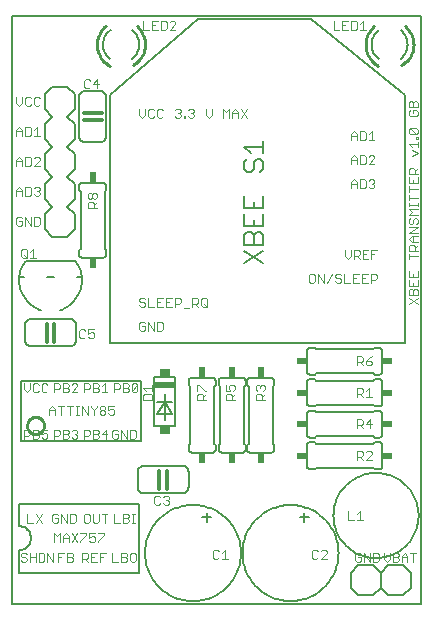
<source format=gto>
G75*
%MOIN*%
%OFA0B0*%
%FSLAX24Y24*%
%IPPOS*%
%LPD*%
%AMOC8*
5,1,8,0,0,1.08239X$1,22.5*
%
%ADD10C,0.0080*%
%ADD11C,0.0030*%
%ADD12C,0.0050*%
%ADD13C,0.0100*%
%ADD14C,0.0060*%
%ADD15C,0.0120*%
%ADD16R,0.0340X0.0240*%
%ADD17R,0.0736X0.0200*%
%ADD18R,0.0335X0.0250*%
%ADD19R,0.0240X0.0340*%
D10*
X002979Y000787D02*
X002979Y020387D01*
X016629Y020387D01*
X016629Y000787D01*
X002979Y000787D01*
X003279Y006237D02*
X003279Y006637D01*
X003279Y006837D01*
X003279Y006637D02*
X003279Y008237D01*
X007279Y008237D01*
X007279Y006237D01*
X003279Y006237D01*
X004329Y013037D02*
X004079Y013287D01*
X004079Y013787D01*
X004329Y014037D01*
X004079Y014287D01*
X004079Y014787D01*
X004329Y015037D01*
X004079Y015287D01*
X004079Y015787D01*
X004329Y016037D01*
X004079Y016287D01*
X004079Y016787D01*
X004329Y017037D01*
X004079Y017287D01*
X004079Y017787D01*
X004329Y018037D01*
X004829Y018037D01*
X005079Y017787D01*
X005079Y017287D01*
X004829Y017037D01*
X005079Y016787D01*
X005079Y016287D01*
X004829Y016037D01*
X005079Y015787D01*
X005079Y015287D01*
X004829Y015037D01*
X005079Y014787D01*
X005079Y014287D01*
X004829Y014037D01*
X005079Y013787D01*
X005079Y013287D01*
X004829Y013037D01*
X004329Y013037D01*
D11*
X003927Y013451D02*
X003927Y013644D01*
X003878Y013693D01*
X003733Y013693D01*
X003733Y013402D01*
X003878Y013402D01*
X003927Y013451D01*
X003632Y013402D02*
X003632Y013693D01*
X003439Y013693D02*
X003439Y013402D01*
X003338Y013451D02*
X003338Y013548D01*
X003241Y013548D01*
X003338Y013644D02*
X003289Y013693D01*
X003192Y013693D01*
X003144Y013644D01*
X003144Y013451D01*
X003192Y013402D01*
X003289Y013402D01*
X003338Y013451D01*
X003439Y013693D02*
X003632Y013402D01*
X003696Y012623D02*
X003696Y012332D01*
X003599Y012332D02*
X003793Y012332D01*
X003599Y012526D02*
X003696Y012623D01*
X003498Y012574D02*
X003498Y012381D01*
X003450Y012332D01*
X003353Y012332D01*
X003305Y012381D01*
X003305Y012574D01*
X003353Y012623D01*
X003450Y012623D01*
X003498Y012574D01*
X003401Y012429D02*
X003498Y012332D01*
X003439Y014402D02*
X003584Y014402D01*
X003632Y014451D01*
X003632Y014644D01*
X003584Y014693D01*
X003439Y014693D01*
X003439Y014402D01*
X003338Y014402D02*
X003338Y014596D01*
X003241Y014693D01*
X003144Y014596D01*
X003144Y014402D01*
X003144Y014548D02*
X003338Y014548D01*
X003733Y014644D02*
X003782Y014693D01*
X003878Y014693D01*
X003927Y014644D01*
X003927Y014596D01*
X003878Y014548D01*
X003927Y014499D01*
X003927Y014451D01*
X003878Y014402D01*
X003782Y014402D01*
X003733Y014451D01*
X003830Y014548D02*
X003878Y014548D01*
X003927Y015402D02*
X003733Y015402D01*
X003927Y015596D01*
X003927Y015644D01*
X003878Y015693D01*
X003782Y015693D01*
X003733Y015644D01*
X003632Y015644D02*
X003584Y015693D01*
X003439Y015693D01*
X003439Y015402D01*
X003584Y015402D01*
X003632Y015451D01*
X003632Y015644D01*
X003338Y015596D02*
X003338Y015402D01*
X003338Y015548D02*
X003144Y015548D01*
X003144Y015596D02*
X003241Y015693D01*
X003338Y015596D01*
X003144Y015596D02*
X003144Y015402D01*
X003144Y016402D02*
X003144Y016596D01*
X003241Y016693D01*
X003338Y016596D01*
X003338Y016402D01*
X003439Y016402D02*
X003439Y016693D01*
X003584Y016693D01*
X003632Y016644D01*
X003632Y016451D01*
X003584Y016402D01*
X003439Y016402D01*
X003338Y016548D02*
X003144Y016548D01*
X003733Y016596D02*
X003830Y016693D01*
X003830Y016402D01*
X003733Y016402D02*
X003927Y016402D01*
X003878Y017402D02*
X003782Y017402D01*
X003733Y017451D01*
X003733Y017644D01*
X003782Y017693D01*
X003878Y017693D01*
X003927Y017644D01*
X003927Y017451D02*
X003878Y017402D01*
X003632Y017451D02*
X003584Y017402D01*
X003487Y017402D01*
X003439Y017451D01*
X003439Y017644D01*
X003487Y017693D01*
X003584Y017693D01*
X003632Y017644D01*
X003338Y017693D02*
X003338Y017499D01*
X003241Y017402D01*
X003144Y017499D01*
X003144Y017693D01*
X005405Y018031D02*
X005453Y017982D01*
X005550Y017982D01*
X005598Y018031D01*
X005699Y018128D02*
X005893Y018128D01*
X005844Y018273D02*
X005699Y018128D01*
X005598Y018224D02*
X005550Y018273D01*
X005453Y018273D01*
X005405Y018224D01*
X005405Y018031D01*
X005844Y017982D02*
X005844Y018273D01*
X007244Y017293D02*
X007244Y017099D01*
X007341Y017002D01*
X007438Y017099D01*
X007438Y017293D01*
X007539Y017244D02*
X007539Y017051D01*
X007587Y017002D01*
X007684Y017002D01*
X007732Y017051D01*
X007833Y017051D02*
X007882Y017002D01*
X007978Y017002D01*
X008027Y017051D01*
X008027Y017244D02*
X007978Y017293D01*
X007882Y017293D01*
X007833Y017244D01*
X007833Y017051D01*
X007732Y017244D02*
X007684Y017293D01*
X007587Y017293D01*
X007539Y017244D01*
X008423Y017244D02*
X008471Y017293D01*
X008568Y017293D01*
X008616Y017244D01*
X008616Y017196D01*
X008568Y017148D01*
X008616Y017099D01*
X008616Y017051D01*
X008568Y017002D01*
X008471Y017002D01*
X008423Y017051D01*
X008519Y017148D02*
X008568Y017148D01*
X008717Y017051D02*
X008717Y017002D01*
X008766Y017002D01*
X008766Y017051D01*
X008717Y017051D01*
X008865Y017051D02*
X008913Y017002D01*
X009010Y017002D01*
X009058Y017051D01*
X009058Y017099D01*
X009010Y017148D01*
X008961Y017148D01*
X009010Y017148D02*
X009058Y017196D01*
X009058Y017244D01*
X009010Y017293D01*
X008913Y017293D01*
X008865Y017244D01*
X009454Y017293D02*
X009454Y017099D01*
X009551Y017002D01*
X009647Y017099D01*
X009647Y017293D01*
X010043Y017293D02*
X010043Y017002D01*
X010237Y017002D02*
X010237Y017293D01*
X010140Y017196D01*
X010043Y017293D01*
X010338Y017196D02*
X010338Y017002D01*
X010338Y017148D02*
X010531Y017148D01*
X010531Y017196D02*
X010531Y017002D01*
X010633Y017002D02*
X010826Y017293D01*
X010633Y017293D02*
X010826Y017002D01*
X010531Y017196D02*
X010435Y017293D01*
X010338Y017196D01*
X008443Y019932D02*
X008249Y019932D01*
X008443Y020126D01*
X008443Y020174D01*
X008394Y020223D01*
X008298Y020223D01*
X008249Y020174D01*
X008148Y020174D02*
X008100Y020223D01*
X007955Y020223D01*
X007955Y019932D01*
X008100Y019932D01*
X008148Y019981D01*
X008148Y020174D01*
X007854Y020223D02*
X007660Y020223D01*
X007660Y019932D01*
X007854Y019932D01*
X007757Y020078D02*
X007660Y020078D01*
X007559Y019932D02*
X007365Y019932D01*
X007365Y020223D01*
X005766Y014491D02*
X005717Y014491D01*
X005669Y014442D01*
X005669Y014345D01*
X005621Y014297D01*
X005572Y014297D01*
X005524Y014345D01*
X005524Y014442D01*
X005572Y014491D01*
X005621Y014491D01*
X005669Y014442D01*
X005669Y014345D02*
X005717Y014297D01*
X005766Y014297D01*
X005814Y014345D01*
X005814Y014442D01*
X005766Y014491D01*
X005814Y014196D02*
X005717Y014099D01*
X005717Y014148D02*
X005717Y014002D01*
X005814Y014002D02*
X005524Y014002D01*
X005524Y014148D01*
X005572Y014196D01*
X005669Y014196D01*
X005717Y014148D01*
X007292Y010993D02*
X007244Y010944D01*
X007244Y010896D01*
X007292Y010848D01*
X007389Y010848D01*
X007438Y010799D01*
X007438Y010751D01*
X007389Y010702D01*
X007292Y010702D01*
X007244Y010751D01*
X007292Y010993D02*
X007389Y010993D01*
X007438Y010944D01*
X007539Y010993D02*
X007539Y010702D01*
X007732Y010702D01*
X007833Y010702D02*
X007833Y010993D01*
X008027Y010993D01*
X008128Y010993D02*
X008128Y010702D01*
X008321Y010702D01*
X008423Y010702D02*
X008423Y010993D01*
X008568Y010993D01*
X008616Y010944D01*
X008616Y010848D01*
X008568Y010799D01*
X008423Y010799D01*
X008321Y010993D02*
X008128Y010993D01*
X008128Y010848D02*
X008225Y010848D01*
X008027Y010702D02*
X007833Y010702D01*
X007833Y010848D02*
X007930Y010848D01*
X007978Y010193D02*
X007833Y010193D01*
X007833Y009902D01*
X007978Y009902D01*
X008027Y009951D01*
X008027Y010144D01*
X007978Y010193D01*
X007732Y010193D02*
X007732Y009902D01*
X007539Y010193D01*
X007539Y009902D01*
X007438Y009951D02*
X007438Y010048D01*
X007341Y010048D01*
X007438Y010144D02*
X007389Y010193D01*
X007292Y010193D01*
X007244Y010144D01*
X007244Y009951D01*
X007292Y009902D01*
X007389Y009902D01*
X007438Y009951D01*
X008717Y010654D02*
X008911Y010654D01*
X009012Y010702D02*
X009012Y010993D01*
X009157Y010993D01*
X009205Y010944D01*
X009205Y010848D01*
X009157Y010799D01*
X009012Y010799D01*
X009109Y010799D02*
X009205Y010702D01*
X009307Y010751D02*
X009307Y010944D01*
X009355Y010993D01*
X009452Y010993D01*
X009500Y010944D01*
X009500Y010751D01*
X009452Y010702D01*
X009355Y010702D01*
X009307Y010751D01*
X009403Y010799D02*
X009500Y010702D01*
X009222Y008091D02*
X009416Y007897D01*
X009464Y007897D01*
X009464Y007796D02*
X009367Y007699D01*
X009367Y007748D02*
X009367Y007602D01*
X009464Y007602D02*
X009174Y007602D01*
X009174Y007748D01*
X009222Y007796D01*
X009319Y007796D01*
X009367Y007748D01*
X009174Y007897D02*
X009174Y008091D01*
X009222Y008091D01*
X010124Y008091D02*
X010124Y007897D01*
X010269Y007897D01*
X010221Y007994D01*
X010221Y008042D01*
X010269Y008091D01*
X010366Y008091D01*
X010414Y008042D01*
X010414Y007945D01*
X010366Y007897D01*
X010414Y007796D02*
X010317Y007699D01*
X010317Y007748D02*
X010317Y007602D01*
X010414Y007602D02*
X010124Y007602D01*
X010124Y007748D01*
X010172Y007796D01*
X010269Y007796D01*
X010317Y007748D01*
X011124Y007748D02*
X011124Y007602D01*
X011414Y007602D01*
X011317Y007602D02*
X011317Y007748D01*
X011269Y007796D01*
X011172Y007796D01*
X011124Y007748D01*
X011172Y007897D02*
X011124Y007945D01*
X011124Y008042D01*
X011172Y008091D01*
X011221Y008091D01*
X011269Y008042D01*
X011317Y008091D01*
X011366Y008091D01*
X011414Y008042D01*
X011414Y007945D01*
X011366Y007897D01*
X011414Y007796D02*
X011317Y007699D01*
X011269Y007994D02*
X011269Y008042D01*
X012942Y011502D02*
X013039Y011502D01*
X013088Y011551D01*
X013088Y011744D01*
X013039Y011793D01*
X012942Y011793D01*
X012894Y011744D01*
X012894Y011551D01*
X012942Y011502D01*
X013189Y011502D02*
X013189Y011793D01*
X013382Y011502D01*
X013382Y011793D01*
X013677Y011793D02*
X013483Y011502D01*
X013778Y011551D02*
X013826Y011502D01*
X013923Y011502D01*
X013971Y011551D01*
X013971Y011599D01*
X013923Y011648D01*
X013826Y011648D01*
X013778Y011696D01*
X013778Y011744D01*
X013826Y011793D01*
X013923Y011793D01*
X013971Y011744D01*
X014073Y011793D02*
X014073Y011502D01*
X014266Y011502D01*
X014367Y011502D02*
X014367Y011793D01*
X014561Y011793D01*
X014662Y011793D02*
X014662Y011502D01*
X014855Y011502D01*
X014957Y011502D02*
X014957Y011793D01*
X015102Y011793D01*
X015150Y011744D01*
X015150Y011648D01*
X015102Y011599D01*
X014957Y011599D01*
X014759Y011648D02*
X014662Y011648D01*
X014662Y011793D02*
X014855Y011793D01*
X014561Y011502D02*
X014367Y011502D01*
X014367Y011648D02*
X014464Y011648D01*
X014389Y012302D02*
X014389Y012593D01*
X014534Y012593D01*
X014582Y012544D01*
X014582Y012448D01*
X014534Y012399D01*
X014389Y012399D01*
X014485Y012399D02*
X014582Y012302D01*
X014683Y012302D02*
X014683Y012593D01*
X014877Y012593D01*
X014978Y012593D02*
X014978Y012302D01*
X014877Y012302D02*
X014683Y012302D01*
X014683Y012448D02*
X014780Y012448D01*
X014978Y012448D02*
X015075Y012448D01*
X015171Y012593D02*
X014978Y012593D01*
X014288Y012593D02*
X014288Y012399D01*
X014191Y012302D01*
X014094Y012399D01*
X014094Y012593D01*
X014294Y014652D02*
X014294Y014846D01*
X014391Y014943D01*
X014488Y014846D01*
X014488Y014652D01*
X014589Y014652D02*
X014734Y014652D01*
X014782Y014701D01*
X014782Y014894D01*
X014734Y014943D01*
X014589Y014943D01*
X014589Y014652D01*
X014488Y014798D02*
X014294Y014798D01*
X014294Y015452D02*
X014294Y015646D01*
X014391Y015743D01*
X014488Y015646D01*
X014488Y015452D01*
X014589Y015452D02*
X014734Y015452D01*
X014782Y015501D01*
X014782Y015694D01*
X014734Y015743D01*
X014589Y015743D01*
X014589Y015452D01*
X014488Y015598D02*
X014294Y015598D01*
X014294Y016252D02*
X014294Y016446D01*
X014391Y016543D01*
X014488Y016446D01*
X014488Y016252D01*
X014589Y016252D02*
X014734Y016252D01*
X014782Y016301D01*
X014782Y016494D01*
X014734Y016543D01*
X014589Y016543D01*
X014589Y016252D01*
X014488Y016398D02*
X014294Y016398D01*
X014883Y016446D02*
X014980Y016543D01*
X014980Y016252D01*
X014883Y016252D02*
X015077Y016252D01*
X015028Y015743D02*
X014932Y015743D01*
X014883Y015694D01*
X015028Y015743D02*
X015077Y015694D01*
X015077Y015646D01*
X014883Y015452D01*
X015077Y015452D01*
X015028Y014943D02*
X014932Y014943D01*
X014883Y014894D01*
X014980Y014798D02*
X015028Y014798D01*
X015077Y014749D01*
X015077Y014701D01*
X015028Y014652D01*
X014932Y014652D01*
X014883Y014701D01*
X015028Y014798D02*
X015077Y014846D01*
X015077Y014894D01*
X015028Y014943D01*
X016224Y015023D02*
X016224Y014829D01*
X016514Y014829D01*
X016514Y015023D01*
X016514Y015124D02*
X016224Y015124D01*
X016224Y015269D01*
X016272Y015318D01*
X016369Y015318D01*
X016417Y015269D01*
X016417Y015124D01*
X016417Y015221D02*
X016514Y015318D01*
X016369Y014926D02*
X016369Y014829D01*
X016224Y014728D02*
X016224Y014535D01*
X016224Y014631D02*
X016514Y014631D01*
X016514Y014337D02*
X016224Y014337D01*
X016224Y014240D02*
X016224Y014434D01*
X016224Y014140D02*
X016224Y014044D01*
X016224Y014092D02*
X016514Y014092D01*
X016514Y014044D02*
X016514Y014140D01*
X016514Y013942D02*
X016224Y013942D01*
X016321Y013846D01*
X016224Y013749D01*
X016514Y013749D01*
X016466Y013648D02*
X016514Y013599D01*
X016514Y013503D01*
X016466Y013454D01*
X016369Y013503D02*
X016369Y013599D01*
X016417Y013648D01*
X016466Y013648D01*
X016369Y013503D02*
X016321Y013454D01*
X016272Y013454D01*
X016224Y013503D01*
X016224Y013599D01*
X016272Y013648D01*
X016224Y013353D02*
X016514Y013353D01*
X016224Y013160D01*
X016514Y013160D01*
X016514Y013059D02*
X016321Y013059D01*
X016224Y012962D01*
X016321Y012865D01*
X016514Y012865D01*
X016514Y012764D02*
X016417Y012667D01*
X016417Y012715D02*
X016417Y012570D01*
X016514Y012570D02*
X016224Y012570D01*
X016224Y012715D01*
X016272Y012764D01*
X016369Y012764D01*
X016417Y012715D01*
X016369Y012865D02*
X016369Y013059D01*
X016224Y012469D02*
X016224Y012276D01*
X016224Y012372D02*
X016514Y012372D01*
X016514Y011880D02*
X016514Y011686D01*
X016224Y011686D01*
X016224Y011880D01*
X016369Y011783D02*
X016369Y011686D01*
X016514Y011585D02*
X016514Y011392D01*
X016224Y011392D01*
X016224Y011585D01*
X016369Y011489D02*
X016369Y011392D01*
X016417Y011291D02*
X016466Y011291D01*
X016514Y011242D01*
X016514Y011097D01*
X016224Y011097D01*
X016224Y011242D01*
X016272Y011291D01*
X016321Y011291D01*
X016369Y011242D01*
X016369Y011097D01*
X016369Y011242D02*
X016417Y011291D01*
X016514Y010996D02*
X016224Y010802D01*
X016224Y010996D02*
X016514Y010802D01*
X014982Y009043D02*
X014885Y008994D01*
X014789Y008898D01*
X014934Y008898D01*
X014982Y008849D01*
X014982Y008801D01*
X014934Y008752D01*
X014837Y008752D01*
X014789Y008801D01*
X014789Y008898D01*
X014688Y008898D02*
X014639Y008849D01*
X014494Y008849D01*
X014494Y008752D02*
X014494Y009043D01*
X014639Y009043D01*
X014688Y008994D01*
X014688Y008898D01*
X014591Y008849D02*
X014688Y008752D01*
X014639Y007993D02*
X014688Y007944D01*
X014688Y007848D01*
X014639Y007799D01*
X014494Y007799D01*
X014494Y007702D02*
X014494Y007993D01*
X014639Y007993D01*
X014789Y007896D02*
X014885Y007993D01*
X014885Y007702D01*
X014789Y007702D02*
X014982Y007702D01*
X014688Y007702D02*
X014591Y007799D01*
X014639Y006943D02*
X014688Y006894D01*
X014688Y006798D01*
X014639Y006749D01*
X014494Y006749D01*
X014494Y006652D02*
X014494Y006943D01*
X014639Y006943D01*
X014591Y006749D02*
X014688Y006652D01*
X014789Y006798D02*
X014982Y006798D01*
X014934Y006943D02*
X014789Y006798D01*
X014934Y006652D02*
X014934Y006943D01*
X014934Y005893D02*
X014837Y005893D01*
X014789Y005844D01*
X014688Y005844D02*
X014688Y005748D01*
X014639Y005699D01*
X014494Y005699D01*
X014494Y005602D02*
X014494Y005893D01*
X014639Y005893D01*
X014688Y005844D01*
X014591Y005699D02*
X014688Y005602D01*
X014789Y005602D02*
X014982Y005796D01*
X014982Y005844D01*
X014934Y005893D01*
X014982Y005602D02*
X014789Y005602D01*
X014585Y003893D02*
X014585Y003602D01*
X014489Y003602D02*
X014682Y003602D01*
X014489Y003796D02*
X014585Y003893D01*
X014388Y003602D02*
X014194Y003602D01*
X014194Y003893D01*
X013434Y002593D02*
X013337Y002593D01*
X013289Y002544D01*
X013188Y002544D02*
X013139Y002593D01*
X013042Y002593D01*
X012994Y002544D01*
X012994Y002351D01*
X013042Y002302D01*
X013139Y002302D01*
X013188Y002351D01*
X013289Y002302D02*
X013482Y002496D01*
X013482Y002544D01*
X013434Y002593D01*
X013482Y002302D02*
X013289Y002302D01*
X014444Y002251D02*
X014492Y002202D01*
X014589Y002202D01*
X014638Y002251D01*
X014638Y002348D01*
X014541Y002348D01*
X014638Y002444D02*
X014589Y002493D01*
X014492Y002493D01*
X014444Y002444D01*
X014444Y002251D01*
X014739Y002202D02*
X014739Y002493D01*
X014932Y002202D01*
X014932Y002493D01*
X015033Y002493D02*
X015033Y002202D01*
X015178Y002202D01*
X015227Y002251D01*
X015227Y002444D01*
X015178Y002493D01*
X015033Y002493D01*
X015394Y002493D02*
X015394Y002299D01*
X015491Y002202D01*
X015588Y002299D01*
X015588Y002493D01*
X015689Y002493D02*
X015689Y002202D01*
X015834Y002202D01*
X015882Y002251D01*
X015882Y002299D01*
X015834Y002348D01*
X015689Y002348D01*
X015689Y002493D02*
X015834Y002493D01*
X015882Y002444D01*
X015882Y002396D01*
X015834Y002348D01*
X015983Y002348D02*
X016177Y002348D01*
X016177Y002396D02*
X016177Y002202D01*
X016177Y002396D02*
X016080Y002493D01*
X015983Y002396D01*
X015983Y002202D01*
X016278Y002493D02*
X016471Y002493D01*
X016375Y002493D02*
X016375Y002202D01*
X010182Y002302D02*
X009989Y002302D01*
X010085Y002302D02*
X010085Y002593D01*
X009989Y002496D01*
X009888Y002544D02*
X009839Y002593D01*
X009742Y002593D01*
X009694Y002544D01*
X009694Y002351D01*
X009742Y002302D01*
X009839Y002302D01*
X009888Y002351D01*
X008184Y004102D02*
X008087Y004102D01*
X008039Y004151D01*
X007938Y004151D02*
X007889Y004102D01*
X007792Y004102D01*
X007744Y004151D01*
X007744Y004344D01*
X007792Y004393D01*
X007889Y004393D01*
X007938Y004344D01*
X008039Y004344D02*
X008087Y004393D01*
X008184Y004393D01*
X008232Y004344D01*
X008232Y004296D01*
X008184Y004248D01*
X008232Y004199D01*
X008232Y004151D01*
X008184Y004102D01*
X008184Y004248D02*
X008135Y004248D01*
X007080Y003793D02*
X006983Y003793D01*
X007032Y003793D02*
X007032Y003502D01*
X007080Y003502D02*
X006983Y003502D01*
X006882Y003551D02*
X006834Y003502D01*
X006689Y003502D01*
X006689Y003793D01*
X006834Y003793D01*
X006882Y003744D01*
X006882Y003696D01*
X006834Y003648D01*
X006689Y003648D01*
X006834Y003648D02*
X006882Y003599D01*
X006882Y003551D01*
X006588Y003502D02*
X006394Y003502D01*
X006394Y003793D01*
X006177Y003793D02*
X005983Y003793D01*
X006080Y003793D02*
X006080Y003502D01*
X005882Y003551D02*
X005882Y003793D01*
X005689Y003793D02*
X005689Y003551D01*
X005737Y003502D01*
X005834Y003502D01*
X005882Y003551D01*
X005588Y003551D02*
X005588Y003744D01*
X005539Y003793D01*
X005442Y003793D01*
X005394Y003744D01*
X005394Y003551D01*
X005442Y003502D01*
X005539Y003502D01*
X005588Y003551D01*
X005573Y003143D02*
X005573Y002998D01*
X005669Y003046D01*
X005718Y003046D01*
X005766Y002998D01*
X005766Y002901D01*
X005718Y002852D01*
X005621Y002852D01*
X005573Y002901D01*
X005471Y003094D02*
X005278Y002901D01*
X005278Y002852D01*
X005177Y002852D02*
X004983Y003143D01*
X004882Y003046D02*
X004882Y002852D01*
X004983Y002852D02*
X005177Y003143D01*
X005278Y003143D02*
X005471Y003143D01*
X005471Y003094D01*
X005573Y003143D02*
X005766Y003143D01*
X005867Y003143D02*
X006061Y003143D01*
X006061Y003094D01*
X005867Y002901D01*
X005867Y002852D01*
X005832Y002493D02*
X005639Y002493D01*
X005639Y002202D01*
X005832Y002202D01*
X005933Y002202D02*
X005933Y002493D01*
X006127Y002493D01*
X006030Y002348D02*
X005933Y002348D01*
X005735Y002348D02*
X005639Y002348D01*
X005538Y002348D02*
X005489Y002299D01*
X005344Y002299D01*
X005344Y002202D02*
X005344Y002493D01*
X005489Y002493D01*
X005538Y002444D01*
X005538Y002348D01*
X005441Y002299D02*
X005538Y002202D01*
X005032Y002251D02*
X004984Y002202D01*
X004839Y002202D01*
X004839Y002493D01*
X004984Y002493D01*
X005032Y002444D01*
X005032Y002396D01*
X004984Y002348D01*
X004839Y002348D01*
X004984Y002348D02*
X005032Y002299D01*
X005032Y002251D01*
X004738Y002493D02*
X004544Y002493D01*
X004544Y002202D01*
X004544Y002348D02*
X004641Y002348D01*
X004371Y002202D02*
X004371Y002493D01*
X004178Y002493D02*
X004178Y002202D01*
X004077Y002251D02*
X004077Y002444D01*
X004028Y002493D01*
X003883Y002493D01*
X003883Y002202D01*
X004028Y002202D01*
X004077Y002251D01*
X004178Y002493D02*
X004371Y002202D01*
X003782Y002202D02*
X003782Y002493D01*
X003782Y002348D02*
X003589Y002348D01*
X003488Y002299D02*
X003488Y002251D01*
X003439Y002202D01*
X003342Y002202D01*
X003294Y002251D01*
X003342Y002348D02*
X003439Y002348D01*
X003488Y002299D01*
X003589Y002202D02*
X003589Y002493D01*
X003488Y002444D02*
X003439Y002493D01*
X003342Y002493D01*
X003294Y002444D01*
X003294Y002396D01*
X003342Y002348D01*
X003494Y003502D02*
X003688Y003502D01*
X003789Y003502D02*
X003982Y003793D01*
X003789Y003793D02*
X003982Y003502D01*
X004344Y003551D02*
X004392Y003502D01*
X004489Y003502D01*
X004538Y003551D01*
X004538Y003648D01*
X004441Y003648D01*
X004538Y003744D02*
X004489Y003793D01*
X004392Y003793D01*
X004344Y003744D01*
X004344Y003551D01*
X004639Y003502D02*
X004639Y003793D01*
X004832Y003502D01*
X004832Y003793D01*
X004933Y003793D02*
X004933Y003502D01*
X005078Y003502D01*
X005127Y003551D01*
X005127Y003744D01*
X005078Y003793D01*
X004933Y003793D01*
X004785Y003143D02*
X004689Y003046D01*
X004689Y002852D01*
X004588Y002852D02*
X004588Y003143D01*
X004491Y003046D01*
X004394Y003143D01*
X004394Y002852D01*
X004689Y002998D02*
X004882Y002998D01*
X004882Y003046D02*
X004785Y003143D01*
X003494Y003502D02*
X003494Y003793D01*
X003394Y006302D02*
X003394Y006593D01*
X003539Y006593D01*
X003588Y006544D01*
X003588Y006448D01*
X003539Y006399D01*
X003394Y006399D01*
X003689Y006448D02*
X003834Y006448D01*
X003882Y006399D01*
X003882Y006351D01*
X003834Y006302D01*
X003689Y006302D01*
X003689Y006593D01*
X003834Y006593D01*
X003882Y006544D01*
X003882Y006496D01*
X003834Y006448D01*
X003983Y006448D02*
X003983Y006593D01*
X004177Y006593D01*
X004128Y006496D02*
X004177Y006448D01*
X004177Y006351D01*
X004128Y006302D01*
X004032Y006302D01*
X003983Y006351D01*
X003983Y006448D02*
X004080Y006496D01*
X004128Y006496D01*
X004394Y006593D02*
X004394Y006302D01*
X004394Y006399D02*
X004539Y006399D01*
X004588Y006448D01*
X004588Y006544D01*
X004539Y006593D01*
X004394Y006593D01*
X004689Y006593D02*
X004834Y006593D01*
X004882Y006544D01*
X004882Y006496D01*
X004834Y006448D01*
X004689Y006448D01*
X004689Y006593D02*
X004689Y006302D01*
X004834Y006302D01*
X004882Y006351D01*
X004882Y006399D01*
X004834Y006448D01*
X004983Y006544D02*
X005032Y006593D01*
X005128Y006593D01*
X005177Y006544D01*
X005177Y006496D01*
X005128Y006448D01*
X005177Y006399D01*
X005177Y006351D01*
X005128Y006302D01*
X005032Y006302D01*
X004983Y006351D01*
X005080Y006448D02*
X005128Y006448D01*
X005394Y006399D02*
X005539Y006399D01*
X005588Y006448D01*
X005588Y006544D01*
X005539Y006593D01*
X005394Y006593D01*
X005394Y006302D01*
X005689Y006302D02*
X005834Y006302D01*
X005882Y006351D01*
X005882Y006399D01*
X005834Y006448D01*
X005689Y006448D01*
X005689Y006593D02*
X005689Y006302D01*
X005834Y006448D02*
X005882Y006496D01*
X005882Y006544D01*
X005834Y006593D01*
X005689Y006593D01*
X005983Y006448D02*
X006177Y006448D01*
X006128Y006593D02*
X006128Y006302D01*
X005983Y006448D02*
X006128Y006593D01*
X006344Y006544D02*
X006344Y006351D01*
X006392Y006302D01*
X006489Y006302D01*
X006538Y006351D01*
X006538Y006448D01*
X006441Y006448D01*
X006538Y006544D02*
X006489Y006593D01*
X006392Y006593D01*
X006344Y006544D01*
X006639Y006593D02*
X006639Y006302D01*
X006832Y006302D02*
X006832Y006593D01*
X006933Y006593D02*
X007078Y006593D01*
X007127Y006544D01*
X007127Y006351D01*
X007078Y006302D01*
X006933Y006302D01*
X006933Y006593D01*
X006639Y006593D02*
X006832Y006302D01*
X006353Y007102D02*
X006257Y007102D01*
X006208Y007151D01*
X006208Y007248D02*
X006305Y007296D01*
X006353Y007296D01*
X006402Y007248D01*
X006402Y007151D01*
X006353Y007102D01*
X006208Y007248D02*
X006208Y007393D01*
X006402Y007393D01*
X006107Y007344D02*
X006107Y007296D01*
X006059Y007248D01*
X005962Y007248D01*
X005914Y007296D01*
X005914Y007344D01*
X005962Y007393D01*
X006059Y007393D01*
X006107Y007344D01*
X006059Y007248D02*
X006107Y007199D01*
X006107Y007151D01*
X006059Y007102D01*
X005962Y007102D01*
X005914Y007151D01*
X005914Y007199D01*
X005962Y007248D01*
X005813Y007344D02*
X005813Y007393D01*
X005813Y007344D02*
X005716Y007248D01*
X005716Y007102D01*
X005716Y007248D02*
X005619Y007344D01*
X005619Y007393D01*
X005518Y007393D02*
X005518Y007102D01*
X005324Y007393D01*
X005324Y007102D01*
X005225Y007102D02*
X005128Y007102D01*
X005176Y007102D02*
X005176Y007393D01*
X005128Y007393D02*
X005225Y007393D01*
X005027Y007393D02*
X004833Y007393D01*
X004930Y007393D02*
X004930Y007102D01*
X004732Y007393D02*
X004539Y007393D01*
X004635Y007393D02*
X004635Y007102D01*
X004438Y007102D02*
X004438Y007296D01*
X004341Y007393D01*
X004244Y007296D01*
X004244Y007102D01*
X004244Y007248D02*
X004438Y007248D01*
X004394Y007852D02*
X004394Y008143D01*
X004539Y008143D01*
X004588Y008094D01*
X004588Y007998D01*
X004539Y007949D01*
X004394Y007949D01*
X004689Y007998D02*
X004834Y007998D01*
X004882Y007949D01*
X004882Y007901D01*
X004834Y007852D01*
X004689Y007852D01*
X004689Y008143D01*
X004834Y008143D01*
X004882Y008094D01*
X004882Y008046D01*
X004834Y007998D01*
X004983Y008094D02*
X005032Y008143D01*
X005128Y008143D01*
X005177Y008094D01*
X005177Y008046D01*
X004983Y007852D01*
X005177Y007852D01*
X005394Y007852D02*
X005394Y008143D01*
X005539Y008143D01*
X005588Y008094D01*
X005588Y007998D01*
X005539Y007949D01*
X005394Y007949D01*
X005689Y007998D02*
X005834Y007998D01*
X005882Y007949D01*
X005882Y007901D01*
X005834Y007852D01*
X005689Y007852D01*
X005689Y008143D01*
X005834Y008143D01*
X005882Y008094D01*
X005882Y008046D01*
X005834Y007998D01*
X005983Y008046D02*
X006080Y008143D01*
X006080Y007852D01*
X005983Y007852D02*
X006177Y007852D01*
X006394Y007852D02*
X006394Y008143D01*
X006539Y008143D01*
X006588Y008094D01*
X006588Y007998D01*
X006539Y007949D01*
X006394Y007949D01*
X006689Y007998D02*
X006834Y007998D01*
X006882Y007949D01*
X006882Y007901D01*
X006834Y007852D01*
X006689Y007852D01*
X006689Y008143D01*
X006834Y008143D01*
X006882Y008094D01*
X006882Y008046D01*
X006834Y007998D01*
X006983Y007901D02*
X006983Y008094D01*
X007032Y008143D01*
X007128Y008143D01*
X007177Y008094D01*
X006983Y007901D01*
X007032Y007852D01*
X007128Y007852D01*
X007177Y007901D01*
X007177Y008094D01*
X007374Y007994D02*
X007664Y007994D01*
X007664Y007897D02*
X007664Y008091D01*
X007471Y007897D02*
X007374Y007994D01*
X007422Y007796D02*
X007374Y007748D01*
X007374Y007602D01*
X007664Y007602D01*
X007664Y007748D01*
X007616Y007796D01*
X007422Y007796D01*
X005684Y009652D02*
X005732Y009701D01*
X005732Y009798D01*
X005684Y009846D01*
X005635Y009846D01*
X005539Y009798D01*
X005539Y009943D01*
X005732Y009943D01*
X005684Y009652D02*
X005587Y009652D01*
X005539Y009701D01*
X005438Y009701D02*
X005389Y009652D01*
X005292Y009652D01*
X005244Y009701D01*
X005244Y009894D01*
X005292Y009943D01*
X005389Y009943D01*
X005438Y009894D01*
X004128Y008143D02*
X004032Y008143D01*
X003983Y008094D01*
X003983Y007901D01*
X004032Y007852D01*
X004128Y007852D01*
X004177Y007901D01*
X004177Y008094D02*
X004128Y008143D01*
X003882Y008094D02*
X003834Y008143D01*
X003737Y008143D01*
X003689Y008094D01*
X003689Y007901D01*
X003737Y007852D01*
X003834Y007852D01*
X003882Y007901D01*
X003588Y007949D02*
X003588Y008143D01*
X003588Y007949D02*
X003491Y007852D01*
X003394Y007949D01*
X003394Y008143D01*
X006344Y002493D02*
X006344Y002202D01*
X006538Y002202D01*
X006639Y002202D02*
X006639Y002493D01*
X006784Y002493D01*
X006832Y002444D01*
X006832Y002396D01*
X006784Y002348D01*
X006639Y002348D01*
X006784Y002348D02*
X006832Y002299D01*
X006832Y002251D01*
X006784Y002202D01*
X006639Y002202D01*
X006933Y002251D02*
X006982Y002202D01*
X007078Y002202D01*
X007127Y002251D01*
X007127Y002444D01*
X007078Y002493D01*
X006982Y002493D01*
X006933Y002444D01*
X006933Y002251D01*
X016321Y015713D02*
X016514Y015810D01*
X016321Y015907D01*
X016321Y016008D02*
X016224Y016105D01*
X016514Y016105D01*
X016514Y016201D02*
X016514Y016008D01*
X016514Y016303D02*
X016466Y016303D01*
X016466Y016351D01*
X016514Y016351D01*
X016514Y016303D01*
X016466Y016450D02*
X016272Y016643D01*
X016466Y016643D01*
X016514Y016595D01*
X016514Y016498D01*
X016466Y016450D01*
X016272Y016450D01*
X016224Y016498D01*
X016224Y016595D01*
X016272Y016643D01*
X016272Y017052D02*
X016466Y017052D01*
X016514Y017101D01*
X016514Y017198D01*
X016466Y017246D01*
X016369Y017246D01*
X016369Y017149D01*
X016272Y017052D02*
X016224Y017101D01*
X016224Y017198D01*
X016272Y017246D01*
X016224Y017347D02*
X016224Y017492D01*
X016272Y017541D01*
X016321Y017541D01*
X016369Y017492D01*
X016369Y017347D01*
X016514Y017347D02*
X016514Y017492D01*
X016466Y017541D01*
X016417Y017541D01*
X016369Y017492D01*
X016514Y017347D02*
X016224Y017347D01*
X014793Y019932D02*
X014599Y019932D01*
X014696Y019932D02*
X014696Y020223D01*
X014599Y020126D01*
X014498Y020174D02*
X014450Y020223D01*
X014305Y020223D01*
X014305Y019932D01*
X014450Y019932D01*
X014498Y019981D01*
X014498Y020174D01*
X014204Y020223D02*
X014010Y020223D01*
X014010Y019932D01*
X014204Y019932D01*
X014107Y020078D02*
X014010Y020078D01*
X013909Y019932D02*
X013715Y019932D01*
X013715Y020223D01*
D12*
X012951Y020302D02*
X009211Y020302D01*
X006258Y017743D01*
X006258Y009476D01*
X016100Y009476D01*
X016100Y017743D01*
X012951Y020302D01*
X011354Y016216D02*
X011354Y015809D01*
X011354Y016012D02*
X010744Y016012D01*
X010947Y015809D01*
X010845Y015608D02*
X010744Y015506D01*
X010744Y015303D01*
X010845Y015201D01*
X010947Y015201D01*
X011049Y015303D01*
X011049Y015506D01*
X011151Y015608D01*
X011252Y015608D01*
X011354Y015506D01*
X011354Y015303D01*
X011252Y015201D01*
X011354Y014393D02*
X011354Y013986D01*
X010744Y013986D01*
X010744Y014393D01*
X011049Y014189D02*
X011049Y013986D01*
X011354Y013785D02*
X011354Y013378D01*
X010744Y013378D01*
X010744Y013785D01*
X011049Y013581D02*
X011049Y013378D01*
X011151Y013177D02*
X011049Y013075D01*
X011049Y012770D01*
X011049Y013075D02*
X010947Y013177D01*
X010845Y013177D01*
X010744Y013075D01*
X010744Y012770D01*
X011354Y012770D01*
X011354Y013075D01*
X011252Y013177D01*
X011151Y013177D01*
X011354Y012569D02*
X010744Y012162D01*
X010744Y012569D02*
X011354Y012162D01*
X013712Y003737D02*
X013714Y003812D01*
X013720Y003886D01*
X013730Y003961D01*
X013743Y004034D01*
X013761Y004107D01*
X013783Y004178D01*
X013808Y004249D01*
X013837Y004318D01*
X013869Y004385D01*
X013905Y004451D01*
X013944Y004514D01*
X013987Y004576D01*
X014033Y004635D01*
X014082Y004692D01*
X014134Y004746D01*
X014188Y004797D01*
X014246Y004845D01*
X014305Y004890D01*
X014367Y004932D01*
X014431Y004970D01*
X014497Y005005D01*
X014565Y005037D01*
X014635Y005065D01*
X014705Y005089D01*
X014777Y005110D01*
X014850Y005126D01*
X014924Y005139D01*
X014998Y005148D01*
X015073Y005153D01*
X015148Y005154D01*
X015222Y005151D01*
X015297Y005144D01*
X015371Y005133D01*
X015444Y005118D01*
X015517Y005100D01*
X015588Y005078D01*
X015658Y005051D01*
X015727Y005022D01*
X015794Y004988D01*
X015859Y004951D01*
X015922Y004911D01*
X015983Y004868D01*
X016041Y004821D01*
X016097Y004771D01*
X016151Y004719D01*
X016201Y004664D01*
X016248Y004606D01*
X016293Y004545D01*
X016334Y004483D01*
X016371Y004418D01*
X016406Y004352D01*
X016436Y004284D01*
X016463Y004214D01*
X016487Y004143D01*
X016506Y004071D01*
X016522Y003997D01*
X016534Y003924D01*
X016542Y003849D01*
X016546Y003774D01*
X016546Y003700D01*
X016542Y003625D01*
X016534Y003550D01*
X016522Y003477D01*
X016506Y003403D01*
X016487Y003331D01*
X016463Y003260D01*
X016436Y003190D01*
X016406Y003122D01*
X016371Y003056D01*
X016334Y002991D01*
X016293Y002929D01*
X016248Y002868D01*
X016201Y002810D01*
X016151Y002755D01*
X016097Y002703D01*
X016041Y002653D01*
X015983Y002606D01*
X015922Y002563D01*
X015859Y002523D01*
X015794Y002486D01*
X015727Y002452D01*
X015658Y002423D01*
X015588Y002396D01*
X015517Y002374D01*
X015444Y002356D01*
X015371Y002341D01*
X015297Y002330D01*
X015222Y002323D01*
X015148Y002320D01*
X015073Y002321D01*
X014998Y002326D01*
X014924Y002335D01*
X014850Y002348D01*
X014777Y002364D01*
X014705Y002385D01*
X014635Y002409D01*
X014565Y002437D01*
X014497Y002469D01*
X014431Y002504D01*
X014367Y002542D01*
X014305Y002584D01*
X014246Y002629D01*
X014188Y002677D01*
X014134Y002728D01*
X014082Y002782D01*
X014033Y002839D01*
X013987Y002898D01*
X013944Y002960D01*
X013905Y003023D01*
X013869Y003089D01*
X013837Y003156D01*
X013808Y003225D01*
X013783Y003296D01*
X013761Y003367D01*
X013743Y003440D01*
X013730Y003513D01*
X013720Y003588D01*
X013714Y003662D01*
X013712Y003737D01*
D13*
X003496Y006737D02*
X003498Y006770D01*
X003504Y006803D01*
X003514Y006836D01*
X003527Y006866D01*
X003544Y006895D01*
X003565Y006922D01*
X003588Y006946D01*
X003614Y006967D01*
X003642Y006985D01*
X003673Y006999D01*
X003704Y007010D01*
X003737Y007017D01*
X003771Y007020D01*
X003804Y007019D01*
X003837Y007014D01*
X003870Y007005D01*
X003901Y006992D01*
X003930Y006976D01*
X003957Y006957D01*
X003982Y006934D01*
X004004Y006909D01*
X004023Y006881D01*
X004038Y006851D01*
X004050Y006820D01*
X004058Y006787D01*
X004062Y006754D01*
X004062Y006720D01*
X004058Y006687D01*
X004050Y006654D01*
X004038Y006623D01*
X004023Y006593D01*
X004004Y006565D01*
X003982Y006540D01*
X003957Y006517D01*
X003930Y006498D01*
X003901Y006482D01*
X003870Y006469D01*
X003837Y006460D01*
X003804Y006455D01*
X003771Y006454D01*
X003737Y006457D01*
X003704Y006464D01*
X003673Y006475D01*
X003642Y006489D01*
X003614Y006507D01*
X003588Y006528D01*
X003565Y006552D01*
X003544Y006579D01*
X003527Y006608D01*
X003514Y006638D01*
X003504Y006671D01*
X003498Y006704D01*
X003496Y006737D01*
X007026Y018742D02*
X007074Y018772D01*
X007119Y018805D01*
X007162Y018841D01*
X007203Y018879D01*
X007240Y018921D01*
X007275Y018965D01*
X007306Y019011D01*
X007335Y019060D01*
X007359Y019110D01*
X007380Y019162D01*
X007398Y019216D01*
X007411Y019270D01*
X007421Y019325D01*
X007427Y019381D01*
X007429Y019437D01*
X006253Y018731D02*
X006206Y018758D01*
X006161Y018788D01*
X006118Y018821D01*
X006078Y018857D01*
X006040Y018896D01*
X006005Y018937D01*
X005972Y018980D01*
X005943Y019025D01*
X005917Y019073D01*
X005894Y019122D01*
X005874Y019172D01*
X005858Y019223D01*
X005845Y019276D01*
X005836Y019329D01*
X005831Y019383D01*
X005829Y019437D01*
X007146Y020048D02*
X007185Y020012D01*
X007223Y019973D01*
X007257Y019933D01*
X007289Y019890D01*
X007317Y019845D01*
X007343Y019798D01*
X007366Y019749D01*
X007385Y019699D01*
X007401Y019648D01*
X007413Y019596D01*
X007422Y019544D01*
X007427Y019490D01*
X007429Y019437D01*
X006117Y020052D02*
X006077Y020016D01*
X006039Y019977D01*
X006004Y019936D01*
X005972Y019893D01*
X005942Y019848D01*
X005916Y019801D01*
X005894Y019752D01*
X005874Y019701D01*
X005858Y019650D01*
X005845Y019598D01*
X005836Y019544D01*
X005831Y019491D01*
X005829Y019437D01*
X015976Y018742D02*
X016024Y018772D01*
X016069Y018805D01*
X016112Y018841D01*
X016153Y018879D01*
X016190Y018921D01*
X016225Y018965D01*
X016256Y019011D01*
X016285Y019060D01*
X016309Y019110D01*
X016330Y019162D01*
X016348Y019216D01*
X016361Y019270D01*
X016371Y019325D01*
X016377Y019381D01*
X016379Y019437D01*
X015203Y018731D02*
X015156Y018758D01*
X015111Y018788D01*
X015068Y018821D01*
X015028Y018857D01*
X014990Y018896D01*
X014955Y018937D01*
X014922Y018980D01*
X014893Y019025D01*
X014867Y019073D01*
X014844Y019122D01*
X014824Y019172D01*
X014808Y019223D01*
X014795Y019276D01*
X014786Y019329D01*
X014781Y019383D01*
X014779Y019437D01*
X016096Y020048D02*
X016135Y020012D01*
X016173Y019973D01*
X016207Y019933D01*
X016239Y019890D01*
X016267Y019845D01*
X016293Y019798D01*
X016316Y019749D01*
X016335Y019699D01*
X016351Y019648D01*
X016363Y019596D01*
X016372Y019544D01*
X016377Y019490D01*
X016379Y019437D01*
X015067Y020052D02*
X015027Y020016D01*
X014989Y019977D01*
X014954Y019936D01*
X014922Y019893D01*
X014892Y019848D01*
X014866Y019801D01*
X014844Y019752D01*
X014824Y019701D01*
X014808Y019650D01*
X014795Y019598D01*
X014786Y019544D01*
X014781Y019491D01*
X014779Y019437D01*
D14*
X015947Y018963D02*
X015982Y018993D01*
X016015Y019024D01*
X016045Y019059D01*
X016072Y019095D01*
X016096Y019133D01*
X016118Y019173D01*
X016136Y019215D01*
X016152Y019258D01*
X016164Y019302D01*
X016172Y019346D01*
X016177Y019392D01*
X016179Y019437D01*
X015219Y018957D02*
X015183Y018986D01*
X015149Y019018D01*
X015118Y019053D01*
X015090Y019089D01*
X015065Y019128D01*
X015042Y019169D01*
X015023Y019211D01*
X015007Y019254D01*
X014995Y019299D01*
X014986Y019345D01*
X014981Y019391D01*
X014979Y019437D01*
X015947Y019911D02*
X015982Y019881D01*
X016015Y019850D01*
X016045Y019815D01*
X016072Y019779D01*
X016096Y019741D01*
X016118Y019701D01*
X016136Y019659D01*
X016152Y019616D01*
X016164Y019572D01*
X016172Y019528D01*
X016177Y019482D01*
X016179Y019437D01*
X015230Y019925D02*
X015193Y019896D01*
X015158Y019864D01*
X015125Y019829D01*
X015095Y019792D01*
X015069Y019753D01*
X015046Y019712D01*
X015025Y019668D01*
X015009Y019624D01*
X014996Y019578D01*
X014987Y019532D01*
X014981Y019484D01*
X014979Y019437D01*
X015079Y009337D02*
X015029Y009287D01*
X013129Y009287D01*
X013079Y009337D01*
X012929Y009337D01*
X012912Y009335D01*
X012895Y009331D01*
X012879Y009324D01*
X012865Y009314D01*
X012852Y009301D01*
X012842Y009287D01*
X012835Y009271D01*
X012831Y009254D01*
X012829Y009237D01*
X012829Y008537D01*
X012831Y008520D01*
X012835Y008503D01*
X012842Y008487D01*
X012852Y008473D01*
X012865Y008460D01*
X012879Y008450D01*
X012895Y008443D01*
X012912Y008439D01*
X012929Y008437D01*
X013079Y008437D01*
X013129Y008487D01*
X015029Y008487D01*
X015079Y008437D01*
X015229Y008437D01*
X015246Y008439D01*
X015263Y008443D01*
X015279Y008450D01*
X015293Y008460D01*
X015306Y008473D01*
X015316Y008487D01*
X015323Y008503D01*
X015327Y008520D01*
X015329Y008537D01*
X015329Y009237D01*
X015327Y009254D01*
X015323Y009271D01*
X015316Y009287D01*
X015306Y009301D01*
X015293Y009314D01*
X015279Y009324D01*
X015263Y009331D01*
X015246Y009335D01*
X015229Y009337D01*
X015079Y009337D01*
X015079Y008287D02*
X015029Y008237D01*
X013129Y008237D01*
X013079Y008287D01*
X012929Y008287D01*
X012912Y008285D01*
X012895Y008281D01*
X012879Y008274D01*
X012865Y008264D01*
X012852Y008251D01*
X012842Y008237D01*
X012835Y008221D01*
X012831Y008204D01*
X012829Y008187D01*
X012829Y007487D01*
X012831Y007470D01*
X012835Y007453D01*
X012842Y007437D01*
X012852Y007423D01*
X012865Y007410D01*
X012879Y007400D01*
X012895Y007393D01*
X012912Y007389D01*
X012929Y007387D01*
X013079Y007387D01*
X013129Y007437D01*
X015029Y007437D01*
X015079Y007387D01*
X015229Y007387D01*
X015246Y007389D01*
X015263Y007393D01*
X015279Y007400D01*
X015293Y007410D01*
X015306Y007423D01*
X015316Y007437D01*
X015323Y007453D01*
X015327Y007470D01*
X015329Y007487D01*
X015329Y008187D01*
X015327Y008204D01*
X015323Y008221D01*
X015316Y008237D01*
X015306Y008251D01*
X015293Y008264D01*
X015279Y008274D01*
X015263Y008281D01*
X015246Y008285D01*
X015229Y008287D01*
X015079Y008287D01*
X015079Y007237D02*
X015029Y007187D01*
X013129Y007187D01*
X013079Y007237D01*
X012929Y007237D01*
X012912Y007235D01*
X012895Y007231D01*
X012879Y007224D01*
X012865Y007214D01*
X012852Y007201D01*
X012842Y007187D01*
X012835Y007171D01*
X012831Y007154D01*
X012829Y007137D01*
X012829Y006437D01*
X012831Y006420D01*
X012835Y006403D01*
X012842Y006387D01*
X012852Y006373D01*
X012865Y006360D01*
X012879Y006350D01*
X012895Y006343D01*
X012912Y006339D01*
X012929Y006337D01*
X013079Y006337D01*
X013129Y006387D01*
X015029Y006387D01*
X015079Y006337D01*
X015229Y006337D01*
X015246Y006339D01*
X015263Y006343D01*
X015279Y006350D01*
X015293Y006360D01*
X015306Y006373D01*
X015316Y006387D01*
X015323Y006403D01*
X015327Y006420D01*
X015329Y006437D01*
X015329Y007137D01*
X015327Y007154D01*
X015323Y007171D01*
X015316Y007187D01*
X015306Y007201D01*
X015293Y007214D01*
X015279Y007224D01*
X015263Y007231D01*
X015246Y007235D01*
X015229Y007237D01*
X015079Y007237D01*
X015079Y006187D02*
X015029Y006137D01*
X013129Y006137D01*
X013079Y006187D01*
X012929Y006187D01*
X012912Y006185D01*
X012895Y006181D01*
X012879Y006174D01*
X012865Y006164D01*
X012852Y006151D01*
X012842Y006137D01*
X012835Y006121D01*
X012831Y006104D01*
X012829Y006087D01*
X012829Y005387D01*
X012831Y005370D01*
X012835Y005353D01*
X012842Y005337D01*
X012852Y005323D01*
X012865Y005310D01*
X012879Y005300D01*
X012895Y005293D01*
X012912Y005289D01*
X012929Y005287D01*
X013079Y005287D01*
X013129Y005337D01*
X015029Y005337D01*
X015079Y005287D01*
X015229Y005287D01*
X015246Y005289D01*
X015263Y005293D01*
X015279Y005300D01*
X015293Y005310D01*
X015306Y005323D01*
X015316Y005337D01*
X015323Y005353D01*
X015327Y005370D01*
X015329Y005387D01*
X015329Y006087D01*
X015327Y006104D01*
X015323Y006121D01*
X015316Y006137D01*
X015306Y006151D01*
X015293Y006164D01*
X015279Y006174D01*
X015263Y006181D01*
X015246Y006185D01*
X015229Y006187D01*
X015079Y006187D01*
X012879Y003687D02*
X012579Y003687D01*
X012729Y003837D02*
X012729Y003537D01*
X010679Y002487D02*
X010681Y002567D01*
X010687Y002646D01*
X010697Y002725D01*
X010711Y002804D01*
X010728Y002882D01*
X010750Y002959D01*
X010775Y003034D01*
X010805Y003108D01*
X010837Y003181D01*
X010874Y003252D01*
X010914Y003321D01*
X010957Y003388D01*
X011004Y003453D01*
X011053Y003515D01*
X011106Y003575D01*
X011162Y003632D01*
X011220Y003687D01*
X011281Y003738D01*
X011345Y003786D01*
X011411Y003831D01*
X011479Y003873D01*
X011549Y003911D01*
X011621Y003945D01*
X011694Y003976D01*
X011769Y004004D01*
X011846Y004027D01*
X011923Y004047D01*
X012001Y004063D01*
X012080Y004075D01*
X012159Y004083D01*
X012239Y004087D01*
X012319Y004087D01*
X012399Y004083D01*
X012478Y004075D01*
X012557Y004063D01*
X012635Y004047D01*
X012712Y004027D01*
X012789Y004004D01*
X012864Y003976D01*
X012937Y003945D01*
X013009Y003911D01*
X013079Y003873D01*
X013147Y003831D01*
X013213Y003786D01*
X013277Y003738D01*
X013338Y003687D01*
X013396Y003632D01*
X013452Y003575D01*
X013505Y003515D01*
X013554Y003453D01*
X013601Y003388D01*
X013644Y003321D01*
X013684Y003252D01*
X013721Y003181D01*
X013753Y003108D01*
X013783Y003034D01*
X013808Y002959D01*
X013830Y002882D01*
X013847Y002804D01*
X013861Y002725D01*
X013871Y002646D01*
X013877Y002567D01*
X013879Y002487D01*
X013877Y002407D01*
X013871Y002328D01*
X013861Y002249D01*
X013847Y002170D01*
X013830Y002092D01*
X013808Y002015D01*
X013783Y001940D01*
X013753Y001866D01*
X013721Y001793D01*
X013684Y001722D01*
X013644Y001653D01*
X013601Y001586D01*
X013554Y001521D01*
X013505Y001459D01*
X013452Y001399D01*
X013396Y001342D01*
X013338Y001287D01*
X013277Y001236D01*
X013213Y001188D01*
X013147Y001143D01*
X013079Y001101D01*
X013009Y001063D01*
X012937Y001029D01*
X012864Y000998D01*
X012789Y000970D01*
X012712Y000947D01*
X012635Y000927D01*
X012557Y000911D01*
X012478Y000899D01*
X012399Y000891D01*
X012319Y000887D01*
X012239Y000887D01*
X012159Y000891D01*
X012080Y000899D01*
X012001Y000911D01*
X011923Y000927D01*
X011846Y000947D01*
X011769Y000970D01*
X011694Y000998D01*
X011621Y001029D01*
X011549Y001063D01*
X011479Y001101D01*
X011411Y001143D01*
X011345Y001188D01*
X011281Y001236D01*
X011220Y001287D01*
X011162Y001342D01*
X011106Y001399D01*
X011053Y001459D01*
X011004Y001521D01*
X010957Y001586D01*
X010914Y001653D01*
X010874Y001722D01*
X010837Y001793D01*
X010805Y001866D01*
X010775Y001940D01*
X010750Y002015D01*
X010728Y002092D01*
X010711Y002170D01*
X010697Y002249D01*
X010687Y002328D01*
X010681Y002407D01*
X010679Y002487D01*
X009629Y003687D02*
X009329Y003687D01*
X009479Y003837D02*
X009479Y003537D01*
X007429Y002487D02*
X007431Y002567D01*
X007437Y002646D01*
X007447Y002725D01*
X007461Y002804D01*
X007478Y002882D01*
X007500Y002959D01*
X007525Y003034D01*
X007555Y003108D01*
X007587Y003181D01*
X007624Y003252D01*
X007664Y003321D01*
X007707Y003388D01*
X007754Y003453D01*
X007803Y003515D01*
X007856Y003575D01*
X007912Y003632D01*
X007970Y003687D01*
X008031Y003738D01*
X008095Y003786D01*
X008161Y003831D01*
X008229Y003873D01*
X008299Y003911D01*
X008371Y003945D01*
X008444Y003976D01*
X008519Y004004D01*
X008596Y004027D01*
X008673Y004047D01*
X008751Y004063D01*
X008830Y004075D01*
X008909Y004083D01*
X008989Y004087D01*
X009069Y004087D01*
X009149Y004083D01*
X009228Y004075D01*
X009307Y004063D01*
X009385Y004047D01*
X009462Y004027D01*
X009539Y004004D01*
X009614Y003976D01*
X009687Y003945D01*
X009759Y003911D01*
X009829Y003873D01*
X009897Y003831D01*
X009963Y003786D01*
X010027Y003738D01*
X010088Y003687D01*
X010146Y003632D01*
X010202Y003575D01*
X010255Y003515D01*
X010304Y003453D01*
X010351Y003388D01*
X010394Y003321D01*
X010434Y003252D01*
X010471Y003181D01*
X010503Y003108D01*
X010533Y003034D01*
X010558Y002959D01*
X010580Y002882D01*
X010597Y002804D01*
X010611Y002725D01*
X010621Y002646D01*
X010627Y002567D01*
X010629Y002487D01*
X010627Y002407D01*
X010621Y002328D01*
X010611Y002249D01*
X010597Y002170D01*
X010580Y002092D01*
X010558Y002015D01*
X010533Y001940D01*
X010503Y001866D01*
X010471Y001793D01*
X010434Y001722D01*
X010394Y001653D01*
X010351Y001586D01*
X010304Y001521D01*
X010255Y001459D01*
X010202Y001399D01*
X010146Y001342D01*
X010088Y001287D01*
X010027Y001236D01*
X009963Y001188D01*
X009897Y001143D01*
X009829Y001101D01*
X009759Y001063D01*
X009687Y001029D01*
X009614Y000998D01*
X009539Y000970D01*
X009462Y000947D01*
X009385Y000927D01*
X009307Y000911D01*
X009228Y000899D01*
X009149Y000891D01*
X009069Y000887D01*
X008989Y000887D01*
X008909Y000891D01*
X008830Y000899D01*
X008751Y000911D01*
X008673Y000927D01*
X008596Y000947D01*
X008519Y000970D01*
X008444Y000998D01*
X008371Y001029D01*
X008299Y001063D01*
X008229Y001101D01*
X008161Y001143D01*
X008095Y001188D01*
X008031Y001236D01*
X007970Y001287D01*
X007912Y001342D01*
X007856Y001399D01*
X007803Y001459D01*
X007754Y001521D01*
X007707Y001586D01*
X007664Y001653D01*
X007624Y001722D01*
X007587Y001793D01*
X007555Y001866D01*
X007525Y001940D01*
X007500Y002015D01*
X007478Y002092D01*
X007461Y002170D01*
X007447Y002249D01*
X007437Y002328D01*
X007431Y002407D01*
X007429Y002487D01*
X007229Y001837D02*
X007229Y004137D01*
X003229Y004137D01*
X003229Y003387D01*
X003268Y003385D01*
X003307Y003379D01*
X003345Y003370D01*
X003382Y003357D01*
X003418Y003340D01*
X003451Y003320D01*
X003483Y003296D01*
X003512Y003270D01*
X003538Y003241D01*
X003562Y003209D01*
X003582Y003176D01*
X003599Y003140D01*
X003612Y003103D01*
X003621Y003065D01*
X003627Y003026D01*
X003629Y002987D01*
X003627Y002948D01*
X003621Y002909D01*
X003612Y002871D01*
X003599Y002834D01*
X003582Y002798D01*
X003562Y002765D01*
X003538Y002733D01*
X003512Y002704D01*
X003483Y002678D01*
X003451Y002654D01*
X003418Y002634D01*
X003382Y002617D01*
X003345Y002604D01*
X003307Y002595D01*
X003268Y002589D01*
X003229Y002587D01*
X003229Y001837D01*
X007229Y001837D01*
X007379Y004487D02*
X008679Y004487D01*
X008705Y004489D01*
X008731Y004494D01*
X008756Y004502D01*
X008779Y004514D01*
X008801Y004528D01*
X008820Y004546D01*
X008838Y004565D01*
X008852Y004587D01*
X008864Y004610D01*
X008872Y004635D01*
X008877Y004661D01*
X008879Y004687D01*
X008879Y005187D01*
X008877Y005213D01*
X008872Y005239D01*
X008864Y005264D01*
X008852Y005287D01*
X008838Y005309D01*
X008820Y005328D01*
X008801Y005346D01*
X008779Y005360D01*
X008756Y005372D01*
X008731Y005380D01*
X008705Y005385D01*
X008679Y005387D01*
X007379Y005387D01*
X007353Y005385D01*
X007327Y005380D01*
X007302Y005372D01*
X007279Y005360D01*
X007257Y005346D01*
X007238Y005328D01*
X007220Y005309D01*
X007206Y005287D01*
X007194Y005264D01*
X007186Y005239D01*
X007181Y005213D01*
X007179Y005187D01*
X007179Y004687D01*
X007181Y004661D01*
X007186Y004635D01*
X007194Y004610D01*
X007206Y004587D01*
X007220Y004565D01*
X007238Y004546D01*
X007257Y004528D01*
X007279Y004514D01*
X007302Y004502D01*
X007327Y004494D01*
X007353Y004489D01*
X007379Y004487D01*
X008879Y005937D02*
X008879Y006087D01*
X008929Y006137D01*
X008929Y008037D01*
X008879Y008087D01*
X008879Y008237D01*
X008881Y008254D01*
X008885Y008271D01*
X008892Y008287D01*
X008902Y008301D01*
X008915Y008314D01*
X008929Y008324D01*
X008945Y008331D01*
X008962Y008335D01*
X008979Y008337D01*
X009679Y008337D01*
X009696Y008335D01*
X009713Y008331D01*
X009729Y008324D01*
X009743Y008314D01*
X009756Y008301D01*
X009766Y008287D01*
X009773Y008271D01*
X009777Y008254D01*
X009779Y008237D01*
X009779Y008087D01*
X009729Y008037D01*
X009729Y006137D01*
X009779Y006087D01*
X009779Y005937D01*
X009777Y005920D01*
X009773Y005903D01*
X009766Y005887D01*
X009756Y005873D01*
X009743Y005860D01*
X009729Y005850D01*
X009713Y005843D01*
X009696Y005839D01*
X009679Y005837D01*
X008979Y005837D01*
X008962Y005839D01*
X008945Y005843D01*
X008929Y005850D01*
X008915Y005860D01*
X008902Y005873D01*
X008892Y005887D01*
X008885Y005903D01*
X008881Y005920D01*
X008879Y005937D01*
X008441Y006718D02*
X008441Y008357D01*
X007717Y008357D01*
X007717Y006718D01*
X008441Y006718D01*
X008079Y006937D02*
X008079Y007537D01*
X007829Y007537D01*
X008079Y007537D02*
X007829Y007137D01*
X008329Y007137D01*
X008079Y007537D01*
X008329Y007537D01*
X008079Y007537D02*
X008079Y007787D01*
X009879Y008087D02*
X009879Y008237D01*
X009881Y008254D01*
X009885Y008271D01*
X009892Y008287D01*
X009902Y008301D01*
X009915Y008314D01*
X009929Y008324D01*
X009945Y008331D01*
X009962Y008335D01*
X009979Y008337D01*
X010679Y008337D01*
X010696Y008335D01*
X010713Y008331D01*
X010729Y008324D01*
X010743Y008314D01*
X010756Y008301D01*
X010766Y008287D01*
X010773Y008271D01*
X010777Y008254D01*
X010779Y008237D01*
X010779Y008087D01*
X010729Y008037D01*
X010729Y006137D01*
X010779Y006087D01*
X010779Y005937D01*
X010829Y005937D02*
X010829Y006087D01*
X010879Y006137D01*
X010879Y008037D01*
X010829Y008087D01*
X010829Y008237D01*
X010831Y008254D01*
X010835Y008271D01*
X010842Y008287D01*
X010852Y008301D01*
X010865Y008314D01*
X010879Y008324D01*
X010895Y008331D01*
X010912Y008335D01*
X010929Y008337D01*
X011629Y008337D01*
X011646Y008335D01*
X011663Y008331D01*
X011679Y008324D01*
X011693Y008314D01*
X011706Y008301D01*
X011716Y008287D01*
X011723Y008271D01*
X011727Y008254D01*
X011729Y008237D01*
X011729Y008087D01*
X011679Y008037D01*
X011679Y006137D01*
X011729Y006087D01*
X011729Y005937D01*
X011727Y005920D01*
X011723Y005903D01*
X011716Y005887D01*
X011706Y005873D01*
X011693Y005860D01*
X011679Y005850D01*
X011663Y005843D01*
X011646Y005839D01*
X011629Y005837D01*
X010929Y005837D01*
X010912Y005839D01*
X010895Y005843D01*
X010879Y005850D01*
X010865Y005860D01*
X010852Y005873D01*
X010842Y005887D01*
X010835Y005903D01*
X010831Y005920D01*
X010829Y005937D01*
X010779Y005937D02*
X010777Y005920D01*
X010773Y005903D01*
X010766Y005887D01*
X010756Y005873D01*
X010743Y005860D01*
X010729Y005850D01*
X010713Y005843D01*
X010696Y005839D01*
X010679Y005837D01*
X009979Y005837D01*
X009962Y005839D01*
X009945Y005843D01*
X009929Y005850D01*
X009915Y005860D01*
X009902Y005873D01*
X009892Y005887D01*
X009885Y005903D01*
X009881Y005920D01*
X009879Y005937D01*
X009879Y006087D01*
X009929Y006137D01*
X009929Y008037D01*
X009879Y008087D01*
X006129Y012437D02*
X006129Y012587D01*
X006079Y012637D01*
X006079Y014537D01*
X006129Y014587D01*
X006129Y014737D01*
X006127Y014754D01*
X006123Y014771D01*
X006116Y014787D01*
X006106Y014801D01*
X006093Y014814D01*
X006079Y014824D01*
X006063Y014831D01*
X006046Y014835D01*
X006029Y014837D01*
X005329Y014837D01*
X005312Y014835D01*
X005295Y014831D01*
X005279Y014824D01*
X005265Y014814D01*
X005252Y014801D01*
X005242Y014787D01*
X005235Y014771D01*
X005231Y014754D01*
X005229Y014737D01*
X005229Y014587D01*
X005279Y014537D01*
X005279Y012637D01*
X005229Y012587D01*
X005229Y012437D01*
X005231Y012420D01*
X005235Y012403D01*
X005242Y012387D01*
X005252Y012373D01*
X005265Y012360D01*
X005279Y012350D01*
X005295Y012343D01*
X005312Y012339D01*
X005329Y012337D01*
X006029Y012337D01*
X006046Y012339D01*
X006063Y012343D01*
X006079Y012350D01*
X006093Y012360D01*
X006106Y012373D01*
X006116Y012387D01*
X006123Y012403D01*
X006127Y012420D01*
X006129Y012437D01*
X005324Y011687D02*
X005166Y011687D01*
X005104Y012237D02*
X003454Y012237D01*
X003392Y011687D02*
X003234Y011687D01*
X004166Y011687D02*
X004392Y011687D01*
X005104Y012237D02*
X005141Y012186D01*
X005176Y012133D01*
X005208Y012077D01*
X005236Y012020D01*
X005260Y011961D01*
X005281Y011901D01*
X005298Y011840D01*
X005312Y011778D01*
X005321Y011715D01*
X005327Y011652D01*
X005329Y011588D01*
X005327Y011524D01*
X005321Y011461D01*
X005312Y011398D01*
X005299Y011336D01*
X005281Y011275D01*
X005261Y011215D01*
X005236Y011156D01*
X005208Y011099D01*
X005177Y011043D01*
X005143Y010990D01*
X005105Y010939D01*
X005064Y010890D01*
X005020Y010844D01*
X004974Y010800D01*
X004925Y010759D01*
X004874Y010722D01*
X004820Y010687D01*
X004765Y010656D01*
X004708Y010628D01*
X004649Y010604D01*
X004589Y010584D01*
X004929Y010287D02*
X003629Y010287D01*
X003603Y010285D01*
X003577Y010280D01*
X003552Y010272D01*
X003529Y010260D01*
X003507Y010246D01*
X003488Y010228D01*
X003470Y010209D01*
X003456Y010187D01*
X003444Y010164D01*
X003436Y010139D01*
X003431Y010113D01*
X003429Y010087D01*
X003429Y009587D01*
X003431Y009561D01*
X003436Y009535D01*
X003444Y009510D01*
X003456Y009487D01*
X003470Y009465D01*
X003488Y009446D01*
X003507Y009428D01*
X003529Y009414D01*
X003552Y009402D01*
X003577Y009394D01*
X003603Y009389D01*
X003629Y009387D01*
X004929Y009387D01*
X004955Y009389D01*
X004981Y009394D01*
X005006Y009402D01*
X005029Y009414D01*
X005051Y009428D01*
X005070Y009446D01*
X005088Y009465D01*
X005102Y009487D01*
X005114Y009510D01*
X005122Y009535D01*
X005127Y009561D01*
X005129Y009587D01*
X005129Y010087D01*
X005127Y010113D01*
X005122Y010139D01*
X005114Y010164D01*
X005102Y010187D01*
X005088Y010209D01*
X005070Y010228D01*
X005051Y010246D01*
X005029Y010260D01*
X005006Y010272D01*
X004981Y010280D01*
X004955Y010285D01*
X004929Y010287D01*
X003969Y010584D02*
X003909Y010604D01*
X003850Y010628D01*
X003793Y010656D01*
X003738Y010687D01*
X003684Y010722D01*
X003633Y010759D01*
X003584Y010800D01*
X003538Y010844D01*
X003494Y010890D01*
X003453Y010939D01*
X003415Y010990D01*
X003381Y011043D01*
X003349Y011099D01*
X003322Y011156D01*
X003297Y011215D01*
X003277Y011275D01*
X003259Y011336D01*
X003246Y011398D01*
X003237Y011461D01*
X003231Y011524D01*
X003229Y011588D01*
X003231Y011652D01*
X003237Y011715D01*
X003246Y011778D01*
X003260Y011840D01*
X003277Y011901D01*
X003298Y011961D01*
X003322Y012020D01*
X003350Y012077D01*
X003382Y012133D01*
X003417Y012186D01*
X003454Y012237D01*
X005429Y016187D02*
X005929Y016187D01*
X005955Y016189D01*
X005981Y016194D01*
X006006Y016202D01*
X006029Y016214D01*
X006051Y016228D01*
X006070Y016246D01*
X006088Y016265D01*
X006102Y016287D01*
X006114Y016310D01*
X006122Y016335D01*
X006127Y016361D01*
X006129Y016387D01*
X006129Y017687D01*
X006127Y017713D01*
X006122Y017739D01*
X006114Y017764D01*
X006102Y017787D01*
X006088Y017809D01*
X006070Y017828D01*
X006051Y017846D01*
X006029Y017860D01*
X006006Y017872D01*
X005981Y017880D01*
X005955Y017885D01*
X005929Y017887D01*
X005429Y017887D01*
X005403Y017885D01*
X005377Y017880D01*
X005352Y017872D01*
X005329Y017860D01*
X005307Y017846D01*
X005288Y017828D01*
X005270Y017809D01*
X005256Y017787D01*
X005244Y017764D01*
X005236Y017739D01*
X005231Y017713D01*
X005229Y017687D01*
X005229Y016387D01*
X005231Y016361D01*
X005236Y016335D01*
X005244Y016310D01*
X005256Y016287D01*
X005270Y016265D01*
X005288Y016246D01*
X005307Y016228D01*
X005329Y016214D01*
X005352Y016202D01*
X005377Y016194D01*
X005403Y016189D01*
X005429Y016187D01*
X006029Y019437D02*
X006031Y019484D01*
X006037Y019532D01*
X006046Y019578D01*
X006059Y019624D01*
X006075Y019668D01*
X006096Y019712D01*
X006119Y019753D01*
X006145Y019792D01*
X006175Y019829D01*
X006208Y019864D01*
X006243Y019896D01*
X006280Y019925D01*
X007229Y019437D02*
X007227Y019392D01*
X007222Y019346D01*
X007214Y019302D01*
X007202Y019258D01*
X007186Y019215D01*
X007168Y019173D01*
X007146Y019133D01*
X007122Y019095D01*
X007095Y019059D01*
X007065Y019024D01*
X007032Y018993D01*
X006997Y018963D01*
X007229Y019437D02*
X007227Y019482D01*
X007222Y019528D01*
X007214Y019572D01*
X007202Y019616D01*
X007186Y019659D01*
X007168Y019701D01*
X007146Y019741D01*
X007122Y019779D01*
X007095Y019815D01*
X007065Y019850D01*
X007032Y019881D01*
X006997Y019911D01*
X006029Y019437D02*
X006031Y019391D01*
X006036Y019345D01*
X006045Y019299D01*
X006057Y019254D01*
X006073Y019211D01*
X006092Y019169D01*
X006115Y019128D01*
X006140Y019089D01*
X006168Y019053D01*
X006199Y019018D01*
X006233Y018986D01*
X006269Y018957D01*
X014529Y002087D02*
X014279Y001837D01*
X014279Y001337D01*
X014529Y001087D01*
X015029Y001087D01*
X015279Y001337D01*
X015529Y001087D01*
X016029Y001087D01*
X016279Y001337D01*
X016279Y001837D01*
X016029Y002087D01*
X015529Y002087D01*
X015279Y001837D01*
X015279Y001337D01*
X015279Y001837D02*
X015029Y002087D01*
X014529Y002087D01*
D15*
X008159Y004637D02*
X008159Y005237D01*
X007909Y005237D02*
X007909Y004637D01*
X004409Y009537D02*
X004409Y010137D01*
X004159Y010137D02*
X004159Y009537D01*
X005379Y016907D02*
X005979Y016907D01*
X005979Y017157D02*
X005379Y017157D01*
D16*
X012659Y008887D03*
X012659Y007837D03*
X012659Y006787D03*
X012659Y005737D03*
X015499Y005737D03*
X015499Y006787D03*
X015499Y007837D03*
X015499Y008887D03*
D17*
X008073Y008087D03*
D18*
X008079Y008482D03*
X008079Y006593D03*
D19*
X009329Y005667D03*
X010329Y005667D03*
X011279Y005667D03*
X011279Y008507D03*
X010329Y008507D03*
X009329Y008507D03*
X005679Y012167D03*
X005679Y015007D03*
M02*

</source>
